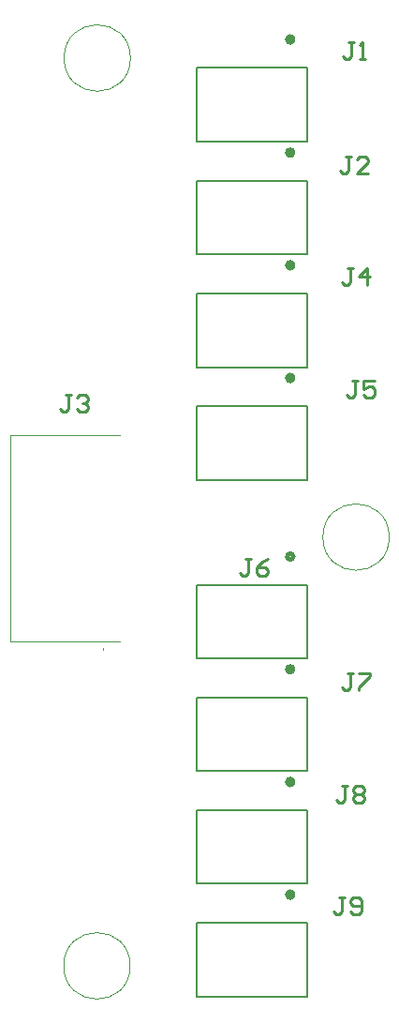
<source format=gto>
G04*
G04 #@! TF.GenerationSoftware,Altium Limited,Altium Designer,21.6.4 (81)*
G04*
G04 Layer_Color=65535*
%FSLAX25Y25*%
%MOIN*%
G70*
G04*
G04 #@! TF.SameCoordinates,D5AC2A0C-6B64-4F22-A7EC-2E28CE3556BC*
G04*
G04*
G04 #@! TF.FilePolarity,Positive*
G04*
G01*
G75*
%ADD10C,0.00787*%
%ADD11C,0.01575*%
%ADD12C,0.00394*%
%ADD13C,0.01000*%
D10*
X301378Y-116470D02*
G03*
X301378Y-116864I0J-197D01*
G01*
D02*
G03*
X301378Y-116470I0J197D01*
G01*
X373882Y-200036D02*
Y-173855D01*
X334512D02*
X373882D01*
X334512Y-200036D02*
Y-173855D01*
Y-200036D02*
X373882D01*
Y-159991D02*
Y-133809D01*
X334512D02*
X373882D01*
X334512Y-159991D02*
Y-133809D01*
Y-159991D02*
X373882D01*
Y-119945D02*
Y-93764D01*
X334512D02*
X373882D01*
X334512Y-119945D02*
Y-93764D01*
Y-119945D02*
X373882D01*
Y-56428D02*
Y-30247D01*
X334512D02*
X373882D01*
X334512Y-56428D02*
Y-30247D01*
Y-56428D02*
X373882D01*
Y-16382D02*
Y9799D01*
X334512D02*
X373882D01*
X334512Y-16382D02*
Y9799D01*
Y-16382D02*
X373882D01*
Y63910D02*
Y90091D01*
X334512D02*
X373882D01*
X334512Y63910D02*
Y90091D01*
Y63910D02*
X373882D01*
Y23664D02*
Y49845D01*
X334512D02*
X373882D01*
X334512Y23664D02*
Y49845D01*
Y23664D02*
X373882D01*
Y-240082D02*
Y-213901D01*
X334512D02*
X373882D01*
X334512Y-240082D02*
Y-213901D01*
Y-240082D02*
X373882D01*
D11*
X368856Y-163843D02*
G03*
X368856Y-163843I-1080J0D01*
G01*
Y-123798D02*
G03*
X368856Y-123798I-1080J0D01*
G01*
Y-83752D02*
G03*
X368856Y-83752I-1080J0D01*
G01*
Y-20235D02*
G03*
X368856Y-20235I-1080J0D01*
G01*
Y19811D02*
G03*
X368856Y19811I-1080J0D01*
G01*
Y100102D02*
G03*
X368856Y100102I-1080J0D01*
G01*
Y59857D02*
G03*
X368856Y59857I-1080J0D01*
G01*
Y-203889D02*
G03*
X368856Y-203889I-1080J0D01*
G01*
D12*
X403011Y-76800D02*
G03*
X403011Y-76800I-11811J0D01*
G01*
X310911Y93500D02*
G03*
X310911Y93500I-11811J0D01*
G01*
X310811Y-229200D02*
G03*
X310811Y-229200I-11811J0D01*
G01*
X268071Y-40387D02*
X307087D01*
X268071Y-113813D02*
Y-40387D01*
Y-113813D02*
X307087D01*
D13*
X289833Y-26276D02*
X287833D01*
X288833D01*
Y-31274D01*
X287833Y-32274D01*
X286834D01*
X285834Y-31274D01*
X291832Y-27276D02*
X292832Y-26276D01*
X294831D01*
X295831Y-27276D01*
Y-28275D01*
X294831Y-29275D01*
X293831D01*
X294831D01*
X295831Y-30275D01*
Y-31274D01*
X294831Y-32274D01*
X292832D01*
X291832Y-31274D01*
X387193Y-205001D02*
X385193D01*
X386193D01*
Y-209999D01*
X385193Y-210999D01*
X384193D01*
X383194Y-209999D01*
X389192D02*
X390192Y-210999D01*
X392191D01*
X393191Y-209999D01*
Y-206001D01*
X392191Y-205001D01*
X390192D01*
X389192Y-206001D01*
Y-207000D01*
X390192Y-208000D01*
X393191D01*
X388190Y-165101D02*
X386191D01*
X387190D01*
Y-170099D01*
X386191Y-171099D01*
X385191D01*
X384191Y-170099D01*
X390189Y-166101D02*
X391189Y-165101D01*
X393188D01*
X394188Y-166101D01*
Y-167100D01*
X393188Y-168100D01*
X394188Y-169100D01*
Y-170099D01*
X393188Y-171099D01*
X391189D01*
X390189Y-170099D01*
Y-169100D01*
X391189Y-168100D01*
X390189Y-167100D01*
Y-166101D01*
X391189Y-168100D02*
X393188D01*
X390190Y-125101D02*
X388191D01*
X389190D01*
Y-130099D01*
X388191Y-131099D01*
X387191D01*
X386191Y-130099D01*
X392189Y-125101D02*
X396188D01*
Y-126101D01*
X392189Y-130099D01*
Y-131099D01*
X353790Y-84401D02*
X351790D01*
X352790D01*
Y-89399D01*
X351790Y-90399D01*
X350791D01*
X349791Y-89399D01*
X359788Y-84401D02*
X357789Y-85401D01*
X355789Y-87400D01*
Y-89399D01*
X356789Y-90399D01*
X358788D01*
X359788Y-89399D01*
Y-88400D01*
X358788Y-87400D01*
X355789D01*
X391890Y-21338D02*
X389891D01*
X390890D01*
Y-26337D01*
X389891Y-27336D01*
X388891D01*
X387891Y-26337D01*
X397888Y-21338D02*
X393889D01*
Y-24337D01*
X395889Y-23337D01*
X396888D01*
X397888Y-24337D01*
Y-26337D01*
X396888Y-27336D01*
X394889D01*
X393889Y-26337D01*
X390190Y18808D02*
X388191D01*
X389190D01*
Y13809D01*
X388191Y12810D01*
X387191D01*
X386191Y13809D01*
X395188Y12810D02*
Y18808D01*
X392189Y15809D01*
X396188D01*
X389490Y58553D02*
X387490D01*
X388490D01*
Y53555D01*
X387490Y52555D01*
X386491D01*
X385491Y53555D01*
X395488Y52555D02*
X391489D01*
X395488Y56554D01*
Y57554D01*
X394488Y58553D01*
X392489D01*
X391489Y57554D01*
X390492Y99053D02*
X388493D01*
X389493D01*
Y94055D01*
X388493Y93055D01*
X387493D01*
X386493Y94055D01*
X392492Y93055D02*
X394491D01*
X393491D01*
Y99053D01*
X392492Y98054D01*
M02*

</source>
